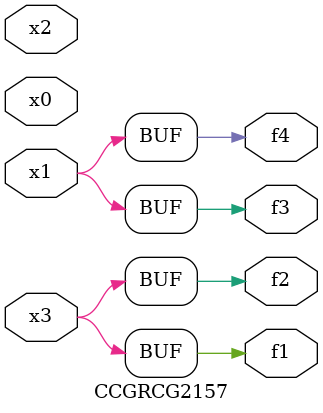
<source format=v>
module CCGRCG2157(
	input x0, x1, x2, x3,
	output f1, f2, f3, f4
);
	assign f1 = x3;
	assign f2 = x3;
	assign f3 = x1;
	assign f4 = x1;
endmodule

</source>
